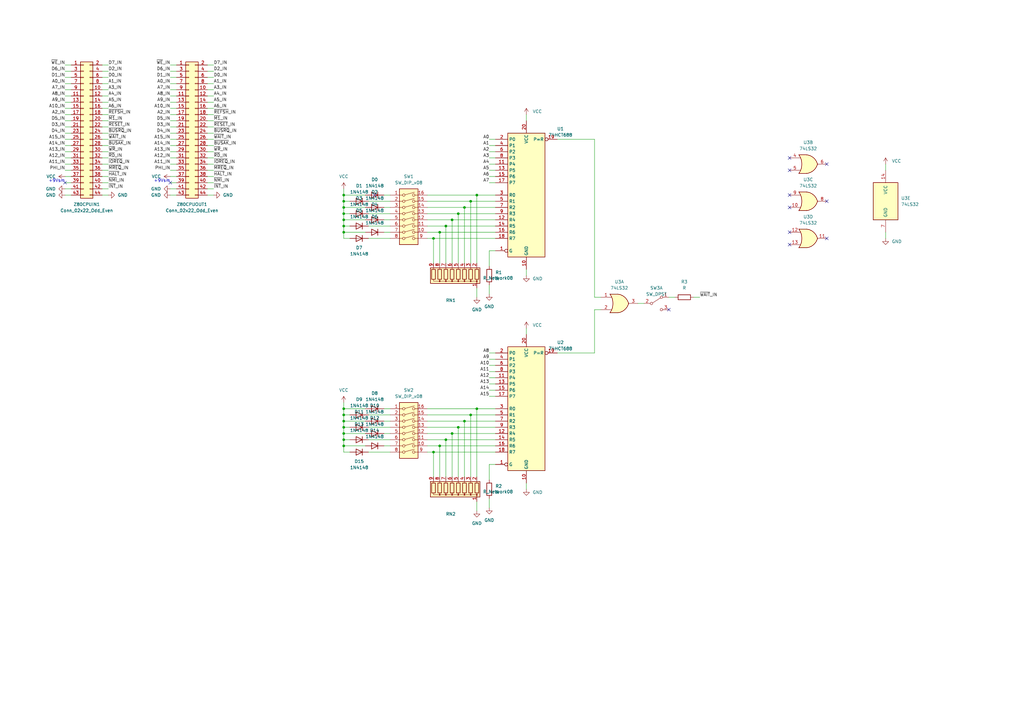
<source format=kicad_sch>
(kicad_sch (version 20211123) (generator eeschema)
  (paper "A3")
  (title_block (title "JupiterAce Z80 plus KIO and new memory format.") (date "2020-05-12") (rev "Alpha") (company "Ontobus") (comment 1 "John Bradley") (comment 2 "https://creativecommons.org/licenses/by-nc-sa/4.0/") (comment 3 "Attribution-NonCommercial-ShareAlike 4.0 International License.") (comment 4 "This work is licensed under a Creative Commons "))
  (lib_symbols
    (symbol "74xx:74HCT688"
      (property "Reference" "U" (at -7.62 26.67 0))
      (property "Value" "74HCT688" (at -7.62 -26.67 0))
      (symbol "74HCT688_1_0"
        (pin input inverted (at -12.7 -22.86 0) (length 5.08) (name "G") (number "1"))
        (pin power_in line (at 0 -30.48 90) (length 5.08) (name "GND") (number "10"))
        (pin input line (at -12.7 12.7 0) (length 5.08) (name "P4") (number "11"))
        (pin input line (at -12.7 -10.16 0) (length 5.08) (name "R4") (number "12"))
        (pin input line (at -12.7 10.16 0) (length 5.08) (name "P5") (number "13"))
        (pin input line (at -12.7 -12.7 0) (length 5.08) (name "R5") (number "14"))
        (pin input line (at -12.7 7.62 0) (length 5.08) (name "P6") (number "15"))
        (pin input line (at -12.7 -15.24 0) (length 5.08) (name "R6") (number "16"))
        (pin input line (at -12.7 5.08 0) (length 5.08) (name "P7") (number "17"))
        (pin input line (at -12.7 -17.78 0) (length 5.08) (name "R7") (number "18"))
        (pin output inverted (at 12.7 22.86 180) (length 5.08) (name "P=R") (number "19"))
        (pin input line (at -12.7 22.86 0) (length 5.08) (name "P0") (number "2"))
        (pin power_in line (at 0 30.48 270) (length 5.08) (name "VCC") (number "20"))
        (pin input line (at -12.7 0 0) (length 5.08) (name "R0") (number "3"))
        (pin input line (at -12.7 20.32 0) (length 5.08) (name "P1") (number "4"))
        (pin input line (at -12.7 -2.54 0) (length 5.08) (name "R1") (number "5"))
        (pin input line (at -12.7 17.78 0) (length 5.08) (name "P2") (number "6"))
        (pin input line (at -12.7 -5.08 0) (length 5.08) (name "R2") (number "7"))
        (pin input line (at -12.7 15.24 0) (length 5.08) (name "P3") (number "8"))
        (pin input line (at -12.7 -7.62 0) (length 5.08) (name "R3") (number "9"))
      )
    )
    (symbol "74xx:74LS32" (pin_names (offset 1.016))
      (property "Reference" "U" (at 0 1.27 0))
      (property "Value" "74LS32" (at 0 -1.27 0))
      (symbol "74LS32_1_1"
        (pin input line (at -7.62 2.54 0) (length 4.318) (name "~") (number "1"))
        (pin input line (at -7.62 -2.54 0) (length 4.318) (name "~") (number "2"))
        (pin output line (at 7.62 0 180) (length 3.81) (name "~") (number "3"))
      )
      (symbol "74LS32_1_2"
        (pin input inverted (at -7.62 2.54 0) (length 3.81) (name "~") (number "1"))
        (pin input inverted (at -7.62 -2.54 0) (length 3.81) (name "~") (number "2"))
        (pin output inverted (at 7.62 0 180) (length 3.81) (name "~") (number "3"))
      )
      (symbol "74LS32_2_1"
        (pin input line (at -7.62 2.54 0) (length 4.318) (name "~") (number "4"))
        (pin input line (at -7.62 -2.54 0) (length 4.318) (name "~") (number "5"))
        (pin output line (at 7.62 0 180) (length 3.81) (name "~") (number "6"))
      )
      (symbol "74LS32_2_2"
        (pin input inverted (at -7.62 2.54 0) (length 3.81) (name "~") (number "4"))
        (pin input inverted (at -7.62 -2.54 0) (length 3.81) (name "~") (number "5"))
        (pin output inverted (at 7.62 0 180) (length 3.81) (name "~") (number "6"))
      )
      (symbol "74LS32_3_1"
        (pin input line (at -7.62 -2.54 0) (length 4.318) (name "~") (number "10"))
        (pin output line (at 7.62 0 180) (length 3.81) (name "~") (number "8"))
        (pin input line (at -7.62 2.54 0) (length 4.318) (name "~") (number "9"))
      )
      (symbol "74LS32_3_2"
        (pin input inverted (at -7.62 -2.54 0) (length 3.81) (name "~") (number "10"))
        (pin output inverted (at 7.62 0 180) (length 3.81) (name "~") (number "8"))
        (pin input inverted (at -7.62 2.54 0) (length 3.81) (name "~") (number "9"))
      )
      (symbol "74LS32_4_1"
        (pin output line (at 7.62 0 180) (length 3.81) (name "~") (number "11"))
        (pin input line (at -7.62 2.54 0) (length 4.318) (name "~") (number "12"))
        (pin input line (at -7.62 -2.54 0) (length 4.318) (name "~") (number "13"))
      )
      (symbol "74LS32_4_2"
        (pin output inverted (at 7.62 0 180) (length 3.81) (name "~") (number "11"))
        (pin input inverted (at -7.62 2.54 0) (length 3.81) (name "~") (number "12"))
        (pin input inverted (at -7.62 -2.54 0) (length 3.81) (name "~") (number "13"))
      )
      (symbol "74LS32_5_0"
        (pin power_in line (at 0 12.7 270) (length 5.08) (name "VCC") (number "14"))
        (pin power_in line (at 0 -12.7 90) (length 5.08) (name "GND") (number "7"))
      )
    )
    (symbol "Connector_Generic:Conn_02x22_Odd_Even" (pin_names (offset 1.016) hide)
      (property "Reference" "J" (at 1.27 27.94 0))
      (property "Value" "Conn_02x22_Odd_Even" (at 1.27 -30.48 0))
      (symbol "Conn_02x22_Odd_Even_1_1"
        (pin passive line (at -5.08 25.4 0) (length 3.81) (name "Pin_1") (number "1"))
        (pin passive line (at 7.62 15.24 180) (length 3.81) (name "Pin_10") (number "10"))
        (pin passive line (at -5.08 12.7 0) (length 3.81) (name "Pin_11") (number "11"))
        (pin passive line (at 7.62 12.7 180) (length 3.81) (name "Pin_12") (number "12"))
        (pin passive line (at -5.08 10.16 0) (length 3.81) (name "Pin_13") (number "13"))
        (pin passive line (at 7.62 10.16 180) (length 3.81) (name "Pin_14") (number "14"))
        (pin passive line (at -5.08 7.62 0) (length 3.81) (name "Pin_15") (number "15"))
        (pin passive line (at 7.62 7.62 180) (length 3.81) (name "Pin_16") (number "16"))
        (pin passive line (at -5.08 5.08 0) (length 3.81) (name "Pin_17") (number "17"))
        (pin passive line (at 7.62 5.08 180) (length 3.81) (name "Pin_18") (number "18"))
        (pin passive line (at -5.08 2.54 0) (length 3.81) (name "Pin_19") (number "19"))
        (pin passive line (at 7.62 25.4 180) (length 3.81) (name "Pin_2") (number "2"))
        (pin passive line (at 7.62 2.54 180) (length 3.81) (name "Pin_20") (number "20"))
        (pin passive line (at -5.08 0 0) (length 3.81) (name "Pin_21") (number "21"))
        (pin passive line (at 7.62 0 180) (length 3.81) (name "Pin_22") (number "22"))
        (pin passive line (at -5.08 -2.54 0) (length 3.81) (name "Pin_23") (number "23"))
        (pin passive line (at 7.62 -2.54 180) (length 3.81) (name "Pin_24") (number "24"))
        (pin passive line (at -5.08 -5.08 0) (length 3.81) (name "Pin_25") (number "25"))
        (pin passive line (at 7.62 -5.08 180) (length 3.81) (name "Pin_26") (number "26"))
        (pin passive line (at -5.08 -7.62 0) (length 3.81) (name "Pin_27") (number "27"))
        (pin passive line (at 7.62 -7.62 180) (length 3.81) (name "Pin_28") (number "28"))
        (pin passive line (at -5.08 -10.16 0) (length 3.81) (name "Pin_29") (number "29"))
        (pin passive line (at -5.08 22.86 0) (length 3.81) (name "Pin_3") (number "3"))
        (pin passive line (at 7.62 -10.16 180) (length 3.81) (name "Pin_30") (number "30"))
        (pin passive line (at -5.08 -12.7 0) (length 3.81) (name "Pin_31") (number "31"))
        (pin passive line (at 7.62 -12.7 180) (length 3.81) (name "Pin_32") (number "32"))
        (pin passive line (at -5.08 -15.24 0) (length 3.81) (name "Pin_33") (number "33"))
        (pin passive line (at 7.62 -15.24 180) (length 3.81) (name "Pin_34") (number "34"))
        (pin passive line (at -5.08 -17.78 0) (length 3.81) (name "Pin_35") (number "35"))
        (pin passive line (at 7.62 -17.78 180) (length 3.81) (name "Pin_36") (number "36"))
        (pin passive line (at -5.08 -20.32 0) (length 3.81) (name "Pin_37") (number "37"))
        (pin passive line (at 7.62 -20.32 180) (length 3.81) (name "Pin_38") (number "38"))
        (pin passive line (at -5.08 -22.86 0) (length 3.81) (name "Pin_39") (number "39"))
        (pin passive line (at 7.62 22.86 180) (length 3.81) (name "Pin_4") (number "4"))
        (pin passive line (at 7.62 -22.86 180) (length 3.81) (name "Pin_40") (number "40"))
        (pin passive line (at -5.08 -25.4 0) (length 3.81) (name "Pin_41") (number "41"))
        (pin passive line (at 7.62 -25.4 180) (length 3.81) (name "Pin_42") (number "42"))
        (pin passive line (at -5.08 -27.94 0) (length 3.81) (name "Pin_43") (number "43"))
        (pin passive line (at 7.62 -27.94 180) (length 3.81) (name "Pin_44") (number "44"))
        (pin passive line (at -5.08 20.32 0) (length 3.81) (name "Pin_5") (number "5"))
        (pin passive line (at 7.62 20.32 180) (length 3.81) (name "Pin_6") (number "6"))
        (pin passive line (at -5.08 17.78 0) (length 3.81) (name "Pin_7") (number "7"))
        (pin passive line (at 7.62 17.78 180) (length 3.81) (name "Pin_8") (number "8"))
        (pin passive line (at -5.08 15.24 0) (length 3.81) (name "Pin_9") (number "9"))
      )
    )
    (symbol "Device:R" (pin_numbers hide) (pin_names (offset 0))
      (property "Reference" "R" (at 2.032 0 90))
      (property "Value" "R" (at 0 0 90))
      (symbol "R_1_1"
        (pin passive line (at 0 3.81 270) (length 1.27) (name "~") (number "1"))
        (pin passive line (at 0 -3.81 90) (length 1.27) (name "~") (number "2"))
      )
    )
    (symbol "Device:R_Network08" (pin_names (offset 0) hide)
      (property "Reference" "RN" (at -12.7 0 90))
      (property "Value" "R_Network08" (at 10.16 0 90))
      (symbol "R_Network08_1_1"
        (pin passive line (at -10.16 5.08 270) (length 2.54) (name "common") (number "1"))
        (pin passive line (at -10.16 -5.08 90) (length 1.27) (name "R1") (number "2"))
        (pin passive line (at -7.62 -5.08 90) (length 1.27) (name "R2") (number "3"))
        (pin passive line (at -5.08 -5.08 90) (length 1.27) (name "R3") (number "4"))
        (pin passive line (at -2.54 -5.08 90) (length 1.27) (name "R4") (number "5"))
        (pin passive line (at 0 -5.08 90) (length 1.27) (name "R5") (number "6"))
        (pin passive line (at 2.54 -5.08 90) (length 1.27) (name "R6") (number "7"))
        (pin passive line (at 5.08 -5.08 90) (length 1.27) (name "R7") (number "8"))
        (pin passive line (at 7.62 -5.08 90) (length 1.27) (name "R8") (number "9"))
      )
    )
    (symbol "Diode:1N4148" (pin_numbers hide) (pin_names (offset 1.016) hide)
      (property "Reference" "D" (at 0 2.54 0))
      (property "Value" "1N4148" (at 0 -2.54 0))
      (symbol "1N4148_1_1"
        (pin passive line (at -3.81 0 0) (length 2.54) (name "K") (number "1"))
        (pin passive line (at 3.81 0 180) (length 2.54) (name "A") (number "2"))
      )
    )
    (symbol "Switch:SW_DIP_x08" (pin_names (offset 0) hide)
      (property "Reference" "SW" (at 0 13.97 0))
      (property "Value" "SW_DIP_x08" (at 0 -11.43 0))
      (symbol "SW_DIP_x08_1_1"
        (pin passive line (at -7.62 10.16 0) (length 5.08) (name "~") (number "1"))
        (pin passive line (at 7.62 -5.08 180) (length 5.08) (name "~") (number "10"))
        (pin passive line (at 7.62 -2.54 180) (length 5.08) (name "~") (number "11"))
        (pin passive line (at 7.62 0 180) (length 5.08) (name "~") (number "12"))
        (pin passive line (at 7.62 2.54 180) (length 5.08) (name "~") (number "13"))
        (pin passive line (at 7.62 5.08 180) (length 5.08) (name "~") (number "14"))
        (pin passive line (at 7.62 7.62 180) (length 5.08) (name "~") (number "15"))
        (pin passive line (at 7.62 10.16 180) (length 5.08) (name "~") (number "16"))
        (pin passive line (at -7.62 7.62 0) (length 5.08) (name "~") (number "2"))
        (pin passive line (at -7.62 5.08 0) (length 5.08) (name "~") (number "3"))
        (pin passive line (at -7.62 2.54 0) (length 5.08) (name "~") (number "4"))
        (pin passive line (at -7.62 0 0) (length 5.08) (name "~") (number "5"))
        (pin passive line (at -7.62 -2.54 0) (length 5.08) (name "~") (number "6"))
        (pin passive line (at -7.62 -5.08 0) (length 5.08) (name "~") (number "7"))
        (pin passive line (at -7.62 -7.62 0) (length 5.08) (name "~") (number "8"))
        (pin passive line (at 7.62 -7.62 180) (length 5.08) (name "~") (number "9"))
      )
    )
    (symbol "Switch:SW_DPDT_x2" (pin_names (offset 0) hide)
      (property "Reference" "SW" (at 0 4.318 0))
      (property "Value" "SW_DPDT_x2" (at 0 -5.08 0))
      (symbol "SW_DPDT_x2_1_1"
        (pin passive line (at 5.08 2.54 180) (length 2.54) (name "A") (number "1"))
        (pin passive line (at -5.08 0 0) (length 2.54) (name "B") (number "2"))
        (pin passive line (at 5.08 -2.54 180) (length 2.54) (name "C") (number "3"))
      )
      (symbol "SW_DPDT_x2_2_1"
        (pin passive line (at 5.08 2.54 180) (length 2.54) (name "A") (number "4"))
        (pin passive line (at -5.08 0 0) (length 2.54) (name "B") (number "5"))
        (pin passive line (at 5.08 -2.54 180) (length 2.54) (name "C") (number "6"))
      )
    )
    (symbol "power:GND" (power) (pin_names (offset 0))
      (property "Value" "GND" (at 0 -3.81 0))
      (symbol "GND_1_1"
        (pin power_in line (at 0 0 270) (length 0) hide (name "GND") (number "1"))
      )
    )
    (symbol "power:VCC" (power) (pin_names (offset 0))
      (property "Value" "VCC" (at 0 3.81 0))
      (symbol "VCC_1_1"
        (pin power_in line (at 0 0 90) (length 0) hide (name "VCC") (number "1"))
      )
    )
  )
  (junction (at 140.97 172.72))
  (junction (at 140.97 85.09))
  (junction (at 140.97 170.18))
  (junction (at 185.42 177.8))
  (junction (at 185.42 90.17))
  (junction (at 195.58 167.64))
  (junction (at 140.97 180.34))
  (junction (at 140.97 182.88))
  (junction (at 140.97 175.26))
  (junction (at 195.58 80.01))
  (junction (at 140.97 92.71))
  (junction (at 187.96 175.26))
  (junction (at 190.5 85.09))
  (junction (at 140.97 90.17))
  (junction (at 140.97 167.64))
  (junction (at 140.97 95.25))
  (junction (at 177.8 185.42))
  (junction (at 190.5 172.72))
  (junction (at 140.97 80.01))
  (junction (at 182.88 92.71))
  (junction (at 193.04 170.18))
  (junction (at 180.34 182.88))
  (junction (at 177.8 97.79))
  (junction (at 140.97 87.63))
  (junction (at 193.04 82.55))
  (junction (at 140.97 82.55))
  (junction (at 180.34 95.25))
  (junction (at 187.96 87.63))
  (junction (at 140.97 177.8))
  (junction (at 182.88 180.34))
  (no_connect (at 274.32 127))
  (no_connect (at 153.67 80.01))
  (no_connect (at 26.67 74.93))
  (no_connect (at 69.85 74.93))
  (no_connect (at 339.09 82.55))
  (no_connect (at 339.09 67.31))
  (no_connect (at 339.09 97.79))
  (no_connect (at 323.85 95.25))
  (no_connect (at 323.85 100.33))
  (no_connect (at 323.85 64.77))
  (no_connect (at 323.85 69.85))
  (no_connect (at 323.85 80.01))
  (no_connect (at 323.85 85.09))
  (wire (pts (xy 175.26 185.42) (xy 177.8 185.42)))
  (wire (pts (xy 41.91 52.07) (xy 44.45 52.07)))
  (wire (pts (xy 243.84 121.92) (xy 246.38 121.92)))
  (wire (pts (xy 175.26 92.71) (xy 182.88 92.71)))
  (wire (pts (xy 187.96 175.26) (xy 187.96 195.58)))
  (wire (pts (xy 195.58 167.64) (xy 195.58 195.58)))
  (wire (pts (xy 195.58 167.64) (xy 203.2 167.64)))
  (wire (pts (xy 140.97 172.72) (xy 140.97 175.26)))
  (wire (pts (xy 200.66 152.4) (xy 203.2 152.4)))
  (wire (pts (xy 41.91 59.69) (xy 44.45 59.69)))
  (wire (pts (xy 85.09 59.69) (xy 87.63 59.69)))
  (wire (pts (xy 72.39 67.31) (xy 69.85 67.31)))
  (wire (pts (xy 29.21 31.75) (xy 26.67 31.75)))
  (wire (pts (xy 203.2 102.87) (xy 200.66 102.87)))
  (wire (pts (xy 72.39 46.99) (xy 69.85 46.99)))
  (wire (pts (xy 200.66 157.48) (xy 203.2 157.48)))
  (wire (pts (xy 41.91 36.83) (xy 44.45 36.83)))
  (wire (pts (xy 182.88 180.34) (xy 182.88 195.58)))
  (wire (pts (xy 180.34 107.95) (xy 180.34 95.25)))
  (wire (pts (xy 85.09 44.45) (xy 87.63 44.45)))
  (wire (pts (xy 29.21 39.37) (xy 26.67 39.37)))
  (wire (pts (xy 72.39 31.75) (xy 69.85 31.75)))
  (wire (pts (xy 200.66 204.47) (xy 200.66 208.28)))
  (wire (pts (xy 72.39 41.91) (xy 69.85 41.91)))
  (wire (pts (xy 72.39 69.85) (xy 69.85 69.85)))
  (wire (pts (xy 140.97 167.64) (xy 149.86 167.64)))
  (wire (pts (xy 85.09 52.07) (xy 87.63 52.07)))
  (wire (pts (xy 140.97 85.09) (xy 140.97 87.63)))
  (wire (pts (xy 85.09 31.75) (xy 87.63 31.75)))
  (wire (pts (xy 151.13 82.55) (xy 160.02 82.55)))
  (wire (pts (xy 175.26 95.25) (xy 180.34 95.25)))
  (wire (pts (xy 72.39 59.69) (xy 69.85 59.69)))
  (wire (pts (xy 85.09 54.61) (xy 87.63 54.61)))
  (wire (pts (xy 175.26 175.26) (xy 187.96 175.26)))
  (wire (pts (xy 72.39 39.37) (xy 69.85 39.37)))
  (wire (pts (xy 140.97 87.63) (xy 140.97 90.17)))
  (wire (pts (xy 157.48 95.25) (xy 160.02 95.25)))
  (wire (pts (xy 85.09 67.31) (xy 87.63 67.31)))
  (wire (pts (xy 29.21 74.93) (xy 26.67 74.93)))
  (wire (pts (xy 140.97 92.71) (xy 140.97 95.25)))
  (wire (pts (xy 200.66 59.69) (xy 203.2 59.69)))
  (wire (pts (xy 200.66 116.84) (xy 200.66 120.65)))
  (wire (pts (xy 190.5 85.09) (xy 190.5 107.95)))
  (wire (pts (xy 157.48 182.88) (xy 160.02 182.88)))
  (wire (pts (xy 85.09 34.29) (xy 87.63 34.29)))
  (wire (pts (xy 140.97 90.17) (xy 149.86 90.17)))
  (wire (pts (xy 72.39 36.83) (xy 69.85 36.83)))
  (wire (pts (xy 41.91 72.39) (xy 44.45 72.39)))
  (wire (pts (xy 200.66 64.77) (xy 203.2 64.77)))
  (wire (pts (xy 87.63 74.93) (xy 85.09 74.93)))
  (wire (pts (xy 72.39 34.29) (xy 69.85 34.29)))
  (wire (pts (xy 85.09 80.01) (xy 87.63 80.01)))
  (wire (pts (xy 140.97 97.79) (xy 143.51 97.79)))
  (wire (pts (xy 85.09 57.15) (xy 87.63 57.15)))
  (wire (pts (xy 200.66 144.78) (xy 203.2 144.78)))
  (wire (pts (xy 140.97 82.55) (xy 140.97 85.09)))
  (wire (pts (xy 175.26 87.63) (xy 187.96 87.63)))
  (wire (pts (xy 187.96 87.63) (xy 203.2 87.63)))
  (wire (pts (xy 41.91 44.45) (xy 44.45 44.45)))
  (wire (pts (xy 200.66 62.23) (xy 203.2 62.23)))
  (wire (pts (xy 182.88 92.71) (xy 182.88 107.95)))
  (wire (pts (xy 29.21 44.45) (xy 26.67 44.45)))
  (wire (pts (xy 180.34 182.88) (xy 203.2 182.88)))
  (wire (pts (xy 140.97 175.26) (xy 140.97 177.8)))
  (wire (pts (xy 177.8 185.42) (xy 203.2 185.42)))
  (wire (pts (xy 185.42 107.95) (xy 185.42 90.17)))
  (wire (pts (xy 243.84 57.15) (xy 243.84 121.92)))
  (wire (pts (xy 200.66 190.5) (xy 200.66 196.85)))
  (wire (pts (xy 140.97 175.26) (xy 143.51 175.26)))
  (wire (pts (xy 195.58 118.11) (xy 195.58 121.92)))
  (wire (pts (xy 200.66 67.31) (xy 203.2 67.31)))
  (wire (pts (xy 140.97 167.64) (xy 140.97 170.18)))
  (wire (pts (xy 85.09 41.91) (xy 87.63 41.91)))
  (wire (pts (xy 175.26 182.88) (xy 180.34 182.88)))
  (wire (pts (xy 175.26 170.18) (xy 193.04 170.18)))
  (wire (pts (xy 72.39 54.61) (xy 69.85 54.61)))
  (wire (pts (xy 200.66 74.93) (xy 203.2 74.93)))
  (wire (pts (xy 180.34 195.58) (xy 180.34 182.88)))
  (wire (pts (xy 140.97 185.42) (xy 143.51 185.42)))
  (wire (pts (xy 41.91 69.85) (xy 44.45 69.85)))
  (wire (pts (xy 85.09 72.39) (xy 87.63 72.39)))
  (wire (pts (xy 72.39 57.15) (xy 69.85 57.15)))
  (wire (pts (xy 180.34 95.25) (xy 203.2 95.25)))
  (wire (pts (xy 29.21 64.77) (xy 26.67 64.77)))
  (wire (pts (xy 41.91 80.01) (xy 44.45 80.01)))
  (wire (pts (xy 29.21 46.99) (xy 26.67 46.99)))
  (wire (pts (xy 29.21 59.69) (xy 26.67 59.69)))
  (wire (pts (xy 175.26 90.17) (xy 185.42 90.17)))
  (wire (pts (xy 72.39 74.93) (xy 69.85 74.93)))
  (wire (pts (xy 200.66 72.39) (xy 203.2 72.39)))
  (wire (pts (xy 175.26 180.34) (xy 182.88 180.34)))
  (wire (pts (xy 72.39 49.53) (xy 69.85 49.53)))
  (wire (pts (xy 200.66 154.94) (xy 203.2 154.94)))
  (wire (pts (xy 363.22 67.31) (xy 363.22 69.85)))
  (wire (pts (xy 151.13 185.42) (xy 160.02 185.42)))
  (wire (pts (xy 41.91 64.77) (xy 44.45 64.77)))
  (wire (pts (xy 200.66 149.86) (xy 203.2 149.86)))
  (wire (pts (xy 157.48 177.8) (xy 160.02 177.8)))
  (wire (pts (xy 85.09 69.85) (xy 87.63 69.85)))
  (wire (pts (xy 215.9 110.49) (xy 215.9 113.03)))
  (wire (pts (xy 177.8 97.79) (xy 203.2 97.79)))
  (wire (pts (xy 246.38 127) (xy 243.84 127)))
  (wire (pts (xy 140.97 80.01) (xy 140.97 82.55)))
  (wire (pts (xy 195.58 205.74) (xy 195.58 209.55)))
  (wire (pts (xy 29.21 49.53) (xy 26.67 49.53)))
  (wire (pts (xy 175.26 80.01) (xy 195.58 80.01)))
  (wire (pts (xy 185.42 177.8) (xy 203.2 177.8)))
  (wire (pts (xy 140.97 82.55) (xy 143.51 82.55)))
  (wire (pts (xy 175.26 97.79) (xy 177.8 97.79)))
  (wire (pts (xy 177.8 97.79) (xy 177.8 107.95)))
  (wire (pts (xy 274.32 121.92) (xy 276.86 121.92)))
  (wire (pts (xy 200.66 147.32) (xy 203.2 147.32)))
  (wire (pts (xy 363.22 95.25) (xy 363.22 97.79)))
  (wire (pts (xy 215.9 46.99) (xy 215.9 49.53)))
  (wire (pts (xy 175.26 85.09) (xy 190.5 85.09)))
  (wire (pts (xy 200.66 162.56) (xy 203.2 162.56)))
  (wire (pts (xy 193.04 170.18) (xy 193.04 195.58)))
  (wire (pts (xy 195.58 80.01) (xy 203.2 80.01)))
  (wire (pts (xy 29.21 67.31) (xy 26.67 67.31)))
  (wire (pts (xy 243.84 127) (xy 243.84 144.78)))
  (wire (pts (xy 203.2 190.5) (xy 200.66 190.5)))
  (wire (pts (xy 175.26 172.72) (xy 190.5 172.72)))
  (wire (pts (xy 193.04 82.55) (xy 193.04 107.95)))
  (wire (pts (xy 41.91 41.91) (xy 44.45 41.91)))
  (wire (pts (xy 85.09 36.83) (xy 87.63 36.83)))
  (wire (pts (xy 228.6 57.15) (xy 243.84 57.15)))
  (wire (pts (xy 228.6 144.78) (xy 243.84 144.78)))
  (wire (pts (xy 200.66 102.87) (xy 200.66 109.22)))
  (wire (pts (xy 41.91 31.75) (xy 44.45 31.75)))
  (wire (pts (xy 157.48 80.01) (xy 160.02 80.01)))
  (wire (pts (xy 26.67 77.47) (xy 29.21 77.47)))
  (wire (pts (xy 190.5 172.72) (xy 190.5 195.58)))
  (wire (pts (xy 29.21 69.85) (xy 26.67 69.85)))
  (wire (pts (xy 200.66 160.02) (xy 203.2 160.02)))
  (wire (pts (xy 261.62 124.46) (xy 264.16 124.46)))
  (wire (pts (xy 69.85 72.39) (xy 72.39 72.39)))
  (wire (pts (xy 140.97 95.25) (xy 149.86 95.25)))
  (wire (pts (xy 41.91 67.31) (xy 44.45 67.31)))
  (wire (pts (xy 85.09 77.47) (xy 87.63 77.47)))
  (wire (pts (xy 140.97 80.01) (xy 149.86 80.01)))
  (wire (pts (xy 193.04 170.18) (xy 203.2 170.18)))
  (wire (pts (xy 85.09 62.23) (xy 87.63 62.23)))
  (wire (pts (xy 185.42 195.58) (xy 185.42 177.8)))
  (wire (pts (xy 41.91 54.61) (xy 44.45 54.61)))
  (wire (pts (xy 85.09 46.99) (xy 87.63 46.99)))
  (wire (pts (xy 140.97 172.72) (xy 149.86 172.72)))
  (wire (pts (xy 29.21 52.07) (xy 26.67 52.07)))
  (wire (pts (xy 140.97 92.71) (xy 143.51 92.71)))
  (wire (pts (xy 187.96 175.26) (xy 203.2 175.26)))
  (wire (pts (xy 41.91 49.53) (xy 44.45 49.53)))
  (wire (pts (xy 29.21 34.29) (xy 26.67 34.29)))
  (wire (pts (xy 151.13 175.26) (xy 160.02 175.26)))
  (wire (pts (xy 72.39 62.23) (xy 69.85 62.23)))
  (wire (pts (xy 157.48 172.72) (xy 160.02 172.72)))
  (wire (pts (xy 140.97 165.1) (xy 140.97 167.64)))
  (wire (pts (xy 284.48 121.92) (xy 287.02 121.92)))
  (wire (pts (xy 140.97 170.18) (xy 140.97 172.72)))
  (wire (pts (xy 151.13 170.18) (xy 160.02 170.18)))
  (wire (pts (xy 151.13 92.71) (xy 160.02 92.71)))
  (wire (pts (xy 29.21 41.91) (xy 26.67 41.91)))
  (wire (pts (xy 195.58 80.01) (xy 195.58 107.95)))
  (wire (pts (xy 41.91 39.37) (xy 44.45 39.37)))
  (wire (pts (xy 140.97 95.25) (xy 140.97 97.79)))
  (wire (pts (xy 175.26 82.55) (xy 193.04 82.55)))
  (wire (pts (xy 151.13 87.63) (xy 160.02 87.63)))
  (wire (pts (xy 140.97 180.34) (xy 143.51 180.34)))
  (wire (pts (xy 175.26 167.64) (xy 195.58 167.64)))
  (wire (pts (xy 140.97 182.88) (xy 149.86 182.88)))
  (wire (pts (xy 41.91 26.67) (xy 44.45 26.67)))
  (wire (pts (xy 140.97 180.34) (xy 140.97 182.88)))
  (wire (pts (xy 29.21 54.61) (xy 26.67 54.61)))
  (wire (pts (xy 85.09 26.67) (xy 87.63 26.67)))
  (wire (pts (xy 157.48 85.09) (xy 160.02 85.09)))
  (wire (pts (xy 157.48 167.64) (xy 160.02 167.64)))
  (wire (pts (xy 190.5 172.72) (xy 203.2 172.72)))
  (wire (pts (xy 140.97 85.09) (xy 149.86 85.09)))
  (wire (pts (xy 140.97 177.8) (xy 140.97 180.34)))
  (wire (pts (xy 151.13 97.79) (xy 160.02 97.79)))
  (wire (pts (xy 200.66 69.85) (xy 203.2 69.85)))
  (wire (pts (xy 41.91 46.99) (xy 44.45 46.99)))
  (wire (pts (xy 41.91 29.21) (xy 44.45 29.21)))
  (wire (pts (xy 72.39 26.67) (xy 69.85 26.67)))
  (wire (pts (xy 41.91 62.23) (xy 44.45 62.23)))
  (wire (pts (xy 29.21 26.67) (xy 26.67 26.67)))
  (wire (pts (xy 26.67 72.39) (xy 29.21 72.39)))
  (wire (pts (xy 41.91 34.29) (xy 44.45 34.29)))
  (wire (pts (xy 157.48 90.17) (xy 160.02 90.17)))
  (wire (pts (xy 175.26 177.8) (xy 185.42 177.8)))
  (wire (pts (xy 215.9 134.62) (xy 215.9 137.16)))
  (wire (pts (xy 140.97 177.8) (xy 149.86 177.8)))
  (wire (pts (xy 29.21 62.23) (xy 26.67 62.23)))
  (wire (pts (xy 193.04 82.55) (xy 203.2 82.55)))
  (wire (pts (xy 182.88 92.71) (xy 203.2 92.71)))
  (wire (pts (xy 69.85 77.47) (xy 72.39 77.47)))
  (wire (pts (xy 185.42 90.17) (xy 203.2 90.17)))
  (wire (pts (xy 72.39 64.77) (xy 69.85 64.77)))
  (wire (pts (xy 200.66 57.15) (xy 203.2 57.15)))
  (wire (pts (xy 140.97 87.63) (xy 143.51 87.63)))
  (wire (pts (xy 182.88 180.34) (xy 203.2 180.34)))
  (wire (pts (xy 85.09 39.37) (xy 87.63 39.37)))
  (wire (pts (xy 72.39 80.01) (xy 69.85 80.01)))
  (wire (pts (xy 140.97 90.17) (xy 140.97 92.71)))
  (wire (pts (xy 29.21 57.15) (xy 26.67 57.15)))
  (wire (pts (xy 41.91 57.15) (xy 44.45 57.15)))
  (wire (pts (xy 85.09 29.21) (xy 87.63 29.21)))
  (wire (pts (xy 190.5 85.09) (xy 203.2 85.09)))
  (wire (pts (xy 41.91 77.47) (xy 44.45 77.47)))
  (wire (pts (xy 29.21 29.21) (xy 26.67 29.21)))
  (wire (pts (xy 215.9 198.12) (xy 215.9 200.66)))
  (wire (pts (xy 29.21 80.01) (xy 26.67 80.01)))
  (wire (pts (xy 140.97 182.88) (xy 140.97 185.42)))
  (wire (pts (xy 85.09 49.53) (xy 87.63 49.53)))
  (wire (pts (xy 85.09 64.77) (xy 87.63 64.77)))
  (wire (pts (xy 72.39 52.07) (xy 69.85 52.07)))
  (wire (pts (xy 29.21 36.83) (xy 26.67 36.83)))
  (wire (pts (xy 72.39 44.45) (xy 69.85 44.45)))
  (wire (pts (xy 151.13 180.34) (xy 160.02 180.34)))
  (wire (pts (xy 140.97 77.47) (xy 140.97 80.01)))
  (wire (pts (xy 72.39 29.21) (xy 69.85 29.21)))
  (wire (pts (xy 44.45 74.93) (xy 41.91 74.93)))
  (wire (pts (xy 177.8 185.42) (xy 177.8 195.58)))
  (wire (pts (xy 187.96 87.63) (xy 187.96 107.95)))
  (wire (pts (xy 140.97 170.18) (xy 143.51 170.18)))
  (text "+9Vsm" (at 26.67 74.93 180) (effects (font (size 1.27 1.27)) (justify right bottom)))
  (text "+9Vsm" (at 69.85 74.93 180) (effects (font (size 1.27 1.27)) (justify right bottom)))
  (label "A2_IN" (at 26.67 46.99 180))
  (label "D4_IN" (at 26.67 54.61 180))
  (label "A10_IN" (at 69.85 44.45 180))
  (label "~{NMI}_IN" (at 44.45 74.93 0))
  (label "A14_IN" (at 26.67 59.69 180))
  (label "A8" (at 200.66 144.78 180))
  (label "D5_IN" (at 69.85 49.53 180))
  (label "~{WAIT}_IN" (at 44.45 57.15 0))
  (label "~{HALT}_IN" (at 44.45 72.39 0))
  (label "~{BUSAK}_IN" (at 44.45 59.69 0))
  (label "A14" (at 200.66 160.02 180))
  (label "~{HALT}_IN" (at 87.63 72.39 0))
  (label "A3_IN" (at 44.45 36.83 0))
  (label "~{WR}_IN" (at 44.45 62.23 0))
  (label "A8_IN" (at 26.67 39.37 180))
  (label "A5_IN" (at 44.45 41.91 0))
  (label "D6_IN" (at 26.67 29.21 180))
  (label "A7" (at 200.66 74.93 180))
  (label "A14_IN" (at 69.85 59.69 180))
  (label "A12" (at 200.66 154.94 180))
  (label "A5" (at 200.66 69.85 180))
  (label "A11_IN" (at 69.85 67.31 180))
  (label "D3_IN" (at 26.67 52.07 180))
  (label "A4" (at 200.66 67.31 180))
  (label "D5_IN" (at 26.67 49.53 180))
  (label "D6_IN" (at 69.85 29.21 180))
  (label "A0_IN" (at 26.67 34.29 180))
  (label "A7_IN" (at 26.67 36.83 180))
  (label "A6_IN" (at 87.63 44.45 0))
  (label "A13_IN" (at 69.85 62.23 180))
  (label "~{WAIT}_IN" (at 287.02 121.92 0))
  (label "~{MREQ}_IN" (at 44.45 69.85 0))
  (label "D7_IN" (at 87.63 26.67 0))
  (label "~{M1}_IN" (at 87.63 49.53 0))
  (label "D3_IN" (at 69.85 52.07 180))
  (label "~{INT}_IN" (at 87.63 77.47 0))
  (label "~{WE}_IN" (at 26.67 26.67 180))
  (label "A8_IN" (at 69.85 39.37 180))
  (label "~{INT}_IN" (at 44.45 77.47 0))
  (label "A12_IN" (at 26.67 64.77 180))
  (label "A15_IN" (at 69.85 57.15 180))
  (label "A15_IN" (at 26.67 57.15 180))
  (label "A4_IN" (at 87.63 39.37 0))
  (label "D4_IN" (at 69.85 54.61 180))
  (label "~{RD}_IN" (at 87.63 64.77 0))
  (label "A4_IN" (at 44.45 39.37 0))
  (label "~{REFSH}_IN" (at 44.45 46.99 0))
  (label "A12_IN" (at 69.85 64.77 180))
  (label "~{BUSAK}_IN" (at 87.63 59.69 0))
  (label "~{MREQ}_IN" (at 87.63 69.85 0))
  (label "D2_IN" (at 44.45 29.21 0))
  (label "A5_IN" (at 87.63 41.91 0))
  (label "~{WR}_IN" (at 87.63 62.23 0))
  (label "D7_IN" (at 44.45 26.67 0))
  (label "A3_IN" (at 87.63 36.83 0))
  (label "A9" (at 200.66 147.32 180))
  (label "A10_IN" (at 26.67 44.45 180))
  (label "A1_IN" (at 87.63 34.29 0))
  (label "A2_IN" (at 69.85 46.99 180))
  (label "A13" (at 200.66 157.48 180))
  (label "~{BUSRQ}_IN" (at 44.45 54.61 0))
  (label "A13_IN" (at 26.67 62.23 180))
  (label "A1" (at 200.66 59.69 180))
  (label "~{RESET}_IN" (at 87.63 52.07 0))
  (label "A7_IN" (at 69.85 36.83 180))
  (label "A11" (at 200.66 152.4 180))
  (label "~{WE}_IN" (at 69.85 26.67 180))
  (label "~{RESET}_IN" (at 44.45 52.07 0))
  (label "~{IOREQ}_IN" (at 44.45 67.31 0))
  (label "A6_IN" (at 44.45 44.45 0))
  (label "A10" (at 200.66 149.86 180))
  (label "~{M1}_IN" (at 44.45 49.53 0))
  (label "~{BUSRQ}_IN" (at 87.63 54.61 0))
  (label "A0" (at 200.66 57.15 180))
  (label "A9_IN" (at 26.67 41.91 180))
  (label "PHI_IN" (at 69.85 69.85 180))
  (label "~{RD}_IN" (at 44.45 64.77 0))
  (label "~{IOREQ}_IN" (at 87.63 67.31 0))
  (label "D1_IN" (at 69.85 31.75 180))
  (label "A6" (at 200.66 72.39 180))
  (label "A15" (at 200.66 162.56 180))
  (label "A1_IN" (at 44.45 34.29 0))
  (label "A2" (at 200.66 62.23 180))
  (label "A11_IN" (at 26.67 67.31 180))
  (label "~{REFSH}_IN" (at 87.63 46.99 0))
  (label "PHI_IN" (at 26.67 69.85 180))
  (label "D2_IN" (at 87.63 29.21 0))
  (label "D1_IN" (at 26.67 31.75 180))
  (label "A9_IN" (at 69.85 41.91 180))
  (label "A3" (at 200.66 64.77 180))
  (label "A0_IN" (at 69.85 34.29 180))
  (label "~{WAIT}_IN" (at 87.63 57.15 0))
  (label "D0_IN" (at 44.45 31.75 0))
  (label "D0_IN" (at 87.63 31.75 0))
  (label "~{NMI}_IN" (at 87.63 74.93 0))
  (symbol (lib_id "power:GND") (at 44.45 80.01 90) (unit 1)
    (property "Reference" "#0101" (effects hide))
    (property "Value" "GND" (at 48.26 80.0099 90) (effects (justify right)))
  )
  (symbol (lib_id "power:GND") (at 26.67 80.01 270) (unit 1)
    (property "Reference" "#0102" (effects hide))
    (property "Value" "GND" (at 22.86 80.0099 90) (effects (justify right)))
  )
  (symbol (lib_id "power:GND") (at 26.67 77.47 270) (unit 1)
    (property "Reference" "#0103" (effects hide))
    (property "Value" "GND" (at 22.86 77.4699 90) (effects (justify right)))
  )
  (symbol (lib_id "Connector_Generic:Conn_02x22_Odd_Even") (at 34.29 52.07 0) (unit 1)
    (property "Reference" "Z80CPUIN1" (at 35.56 83.82 0))
    (property "Value" "Conn_02x22_Odd_Even" (at 35.56 86.36 0))
    (property "Footprint" "Connector_PinHeader_2.54mm:PinHeader_2x22_P2.54mm_Vertical" (effects hide))
    (property "Manufacturer_Name" "HARWIN" (effects hide))
    (property "Manufacturer_Part_Number" "M20-9721146 " (effects hide))
  )
  (symbol (lib_id "power:VCC") (at 26.67 72.39 90) (unit 1)
    (property "Reference" "#PWR0102" (effects hide))
    (property "Value" "VCC" (at 22.86 72.3899 90) (effects (justify left)))
  )
  (symbol (lib_id "Diode:1N4148") (at 153.67 80.01 180) (unit 1)
    (property "Reference" "D0" (at 153.67 73.66 0))
    (property "Value" "1N4148" (at 153.67 76.2 0))
    (property "Footprint" "Diode_THT:D_DO-35_SOD27_P2.54mm_Vertical_AnodeUp" (effects hide))
    (property "Datasheet" "https://assets.nexperia.com/documents/data-sheet/1N4148_1N4448.pdf" (effects hide))
  )
  (symbol (lib_id "power:GND") (at 195.58 121.92 0) (unit 1)
    (property "Reference" "#PWR0104" (effects hide))
    (property "Value" "GND" (at 195.58 127 0))
  )
  (symbol (lib_id "Connector_Generic:Conn_02x22_Odd_Even") (at 77.47 52.07 0) (unit 1)
    (property "Reference" "Z80CPUOUT1" (at 78.74 83.82 0))
    (property "Value" "Conn_02x22_Odd_Even" (at 78.74 86.36 0))
    (property "Footprint" "Connector_PinHeader_2.54mm:PinHeader_2x22_P2.54mm_Vertical" (effects hide))
    (property "Manufacturer_Name" "HARWIN" (effects hide))
    (property "Manufacturer_Part_Number" "M20-9721146 " (effects hide))
  )
  (symbol (lib_id "Switch:SW_DIP_x08") (at 167.64 90.17 0) (unit 1)
    (property "Reference" "SW1" (at 167.64 72.39 0))
    (property "Value" "SW_DIP_x08" (at 167.64 74.93 0))
    (property "Footprint" "Package_DIP:DIP-16_W7.62mm" (effects hide))
  )
  (symbol (lib_id "Diode:1N4148") (at 153.67 167.64 180) (unit 1)
    (property "Reference" "D8" (at 153.67 161.29 0))
    (property "Value" "1N4148" (at 153.67 163.83 0))
    (property "Footprint" "Diode_THT:D_DO-35_SOD27_P2.54mm_Vertical_AnodeUp" (effects hide))
    (property "Datasheet" "https://assets.nexperia.com/documents/data-sheet/1N4148_1N4448.pdf" (effects hide))
  )
  (symbol (lib_id "74xx:74HCT688") (at 215.9 80.01 0) (unit 1)
    (property "Reference" "U1" (at 229.87 52.8193 0))
    (property "Value" "74HCT688" (at 229.87 55.3593 0))
    (property "Footprint" "Package_DIP:DIP-20_W7.62mm" (effects hide))
    (property "Datasheet" "https://www.ti.com/lit/ds/symlink/cd54hc688.pdf" (effects hide))
  )
  (symbol (lib_id "Diode:1N4148") (at 147.32 87.63 180) (unit 1)
    (property "Reference" "D3" (at 147.32 81.28 0))
    (property "Value" "1N4148" (at 147.32 83.82 0))
    (property "Footprint" "Diode_THT:D_DO-35_SOD27_P2.54mm_Vertical_AnodeUp" (effects hide))
    (property "Datasheet" "https://assets.nexperia.com/documents/data-sheet/1N4148_1N4448.pdf" (effects hide))
  )
  (symbol (lib_id "Diode:1N4148") (at 147.32 97.79 180) (unit 1)
    (property "Reference" "D7" (at 147.32 101.6 0))
    (property "Value" "1N4148" (at 147.32 104.14 0))
    (property "Footprint" "Diode_THT:D_DO-35_SOD27_P2.54mm_Vertical_AnodeUp" (effects hide))
    (property "Datasheet" "https://assets.nexperia.com/documents/data-sheet/1N4148_1N4448.pdf" (effects hide))
  )
  (symbol (lib_id "Diode:1N4148") (at 147.32 180.34 180) (unit 1)
    (property "Reference" "D13" (at 147.32 173.99 0))
    (property "Value" "1N4148" (at 147.32 176.53 0))
    (property "Footprint" "Diode_THT:D_DO-35_SOD27_P2.54mm_Vertical_AnodeUp" (effects hide))
    (property "Datasheet" "https://assets.nexperia.com/documents/data-sheet/1N4148_1N4448.pdf" (effects hide))
  )
  (symbol (lib_id "power:VCC") (at 69.85 72.39 90) (unit 1)
    (property "Reference" "#PWR0114" (effects hide))
    (property "Value" "VCC" (at 66.04 72.3899 90) (effects (justify left)))
  )
  (symbol (lib_id "power:GND") (at 87.63 80.01 90) (unit 1)
    (property "Reference" "#0104" (effects hide))
    (property "Value" "GND" (at 91.44 80.0099 90) (effects (justify right)))
  )
  (symbol (lib_id "74xx:74LS32") (at 331.47 67.31 0) (unit 2)
    (property "Reference" "U3" (at 331.47 58.42 0))
    (property "Value" "74LS32" (at 331.47 60.96 0))
    (property "Footprint" "Package_DIP:DIP-14_W7.62mm" (effects hide))
    (property "Datasheet" "http://www.ti.com/lit/gpn/sn74LS32" (effects hide))
  )
  (symbol (lib_id "power:GND") (at 195.58 209.55 0) (unit 1)
    (property "Reference" "#PWR0106" (effects hide))
    (property "Value" "GND" (at 195.58 214.63 0))
  )
  (symbol (lib_id "Diode:1N4148") (at 147.32 82.55 180) (unit 1)
    (property "Reference" "D1" (at 147.32 76.2 0))
    (property "Value" "1N4148" (at 147.32 78.74 0))
    (property "Footprint" "Diode_THT:D_DO-35_SOD27_P2.54mm_Vertical_AnodeUp" (effects hide))
    (property "Datasheet" "https://assets.nexperia.com/documents/data-sheet/1N4148_1N4448.pdf" (effects hide))
  )
  (symbol (lib_id "74xx:74LS32") (at 331.47 82.55 0) (unit 3)
    (property "Reference" "U3" (at 331.47 73.66 0))
    (property "Value" "74LS32" (at 331.47 76.2 0))
    (property "Footprint" "Package_DIP:DIP-14_W7.62mm" (effects hide))
    (property "Datasheet" "http://www.ti.com/lit/gpn/sn74LS32" (effects hide))
  )
  (symbol (lib_id "power:VCC") (at 215.9 134.62 0) (unit 1)
    (property "Reference" "#PWR0111" (effects hide))
    (property "Value" "VCC" (at 218.44 133.3499 0) (effects (justify left)))
  )
  (symbol (lib_id "74xx:74LS32") (at 331.47 97.79 0) (unit 4)
    (property "Reference" "U3" (at 331.47 88.9 0))
    (property "Value" "74LS32" (at 331.47 91.44 0))
    (property "Footprint" "Package_DIP:DIP-14_W7.62mm" (effects hide))
    (property "Datasheet" "http://www.ti.com/lit/gpn/sn74LS32" (effects hide))
  )
  (symbol (lib_id "Switch:SW_DPDT_x2") (at 269.24 124.46 0) (unit 1)
    (property "Reference" "SW3" (at 269.24 118.11 0))
    (property "Value" "SW_DPST" (at 269.24 120.65 0))
    (property "Footprint" "ExtraFootprints:B13AP" (effects hide))
  )
  (symbol (lib_id "Diode:1N4148") (at 153.67 90.17 180) (unit 1)
    (property "Reference" "D4" (at 153.67 83.82 0))
    (property "Value" "1N4148" (at 153.67 86.36 0))
    (property "Footprint" "Diode_THT:D_DO-35_SOD27_P2.54mm_Vertical_AnodeUp" (effects hide))
    (property "Datasheet" "https://assets.nexperia.com/documents/data-sheet/1N4148_1N4448.pdf" (effects hide))
  )
  (symbol (lib_id "power:GND") (at 200.66 120.65 0) (unit 1)
    (property "Reference" "#PWR0103" (effects hide))
    (property "Value" "GND" (at 200.66 125.73 0))
  )
  (symbol (lib_id "Diode:1N4148") (at 147.32 92.71 180) (unit 1)
    (property "Reference" "D5" (at 147.32 86.36 0))
    (property "Value" "1N4148" (at 147.32 88.9 0))
    (property "Footprint" "Diode_THT:D_DO-35_SOD27_P2.54mm_Vertical_AnodeUp" (effects hide))
    (property "Datasheet" "https://assets.nexperia.com/documents/data-sheet/1N4148_1N4448.pdf" (effects hide))
  )
  (symbol (lib_id "Device:R") (at 200.66 113.03 0) (unit 1)
    (property "Reference" "R1" (at 203.2 111.7599 0) (effects (justify left)))
    (property "Value" "R" (at 203.2 114.2999 0) (effects (justify left)))
    (property "Footprint" "Resistor_THT:R_Axial_DIN0204_L3.6mm_D1.6mm_P1.90mm_Vertical" (effects hide))
  )
  (symbol (lib_id "Diode:1N4148") (at 153.67 95.25 180) (unit 1)
    (property "Reference" "D6" (at 153.67 88.9 0))
    (property "Value" "1N4148" (at 153.67 91.44 0))
    (property "Footprint" "Diode_THT:D_DO-35_SOD27_P2.54mm_Vertical_AnodeUp" (effects hide))
    (property "Datasheet" "https://assets.nexperia.com/documents/data-sheet/1N4148_1N4448.pdf" (effects hide))
  )
  (symbol (lib_id "Diode:1N4148") (at 147.32 185.42 180) (unit 1)
    (property "Reference" "D15" (at 147.32 189.23 0))
    (property "Value" "1N4148" (at 147.32 191.77 0))
    (property "Footprint" "Diode_THT:D_DO-35_SOD27_P2.54mm_Vertical_AnodeUp" (effects hide))
    (property "Datasheet" "https://assets.nexperia.com/documents/data-sheet/1N4148_1N4448.pdf" (effects hide))
  )
  (symbol (lib_id "Device:R_Network08") (at 185.42 200.66 180) (unit 1)
    (property "Reference" "RN2" (at 182.88 210.82 0) (effects (justify right)))
    (property "Value" "R_Network08" (at 198.12 201.6759 0) (effects (justify right)))
    (property "Footprint" "Resistor_THT:R_Array_SIP9" (effects hide))
    (property "Datasheet" "http://www.vishay.com/docs/31509/csc.pdf" (effects hide))
  )
  (symbol (lib_id "power:GND") (at 69.85 80.01 270) (unit 1)
    (property "Reference" "#0105" (effects hide))
    (property "Value" "GND" (at 66.04 80.0099 90) (effects (justify right)))
  )
  (symbol (lib_id "Device:R") (at 280.67 121.92 90) (unit 1)
    (property "Reference" "R3" (at 280.67 115.57 90))
    (property "Value" "R" (at 280.67 118.11 90))
    (property "Footprint" "Resistor_THT:R_Axial_DIN0204_L3.6mm_D1.6mm_P1.90mm_Vertical" (effects hide))
  )
  (symbol (lib_id "Device:R_Network08") (at 185.42 113.03 180) (unit 1)
    (property "Reference" "RN1" (at 182.88 123.19 0) (effects (justify right)))
    (property "Value" "R_Network08" (at 198.12 114.0459 0) (effects (justify right)))
    (property "Footprint" "Resistor_THT:R_Array_SIP9" (effects hide))
    (property "Datasheet" "http://www.vishay.com/docs/31509/csc.pdf" (effects hide))
  )
  (symbol (lib_id "74xx:74LS32") (at 254 124.46 0) (unit 1)
    (property "Reference" "U3" (at 254 115.57 0))
    (property "Value" "74LS32" (at 254 118.11 0))
    (property "Footprint" "Package_DIP:DIP-14_W7.62mm" (effects hide))
    (property "Datasheet" "http://www.ti.com/lit/gpn/sn74LS32" (effects hide))
  )
  (symbol (lib_id "power:GND") (at 363.22 97.79 0) (unit 1)
    (property "Reference" "#PWR0108" (effects hide))
    (property "Value" "GND" (at 365.76 99.0599 0) (effects (justify left)))
  )
  (symbol (lib_id "Diode:1N4148") (at 153.67 85.09 180) (unit 1)
    (property "Reference" "D2" (at 153.67 78.74 0))
    (property "Value" "1N4148" (at 153.67 81.28 0))
    (property "Footprint" "Diode_THT:D_DO-35_SOD27_P2.54mm_Vertical_AnodeUp" (effects hide))
    (property "Datasheet" "https://assets.nexperia.com/documents/data-sheet/1N4148_1N4448.pdf" (effects hide))
  )
  (symbol (lib_id "power:VCC") (at 215.9 46.99 0) (unit 1)
    (property "Reference" "#PWR0112" (effects hide))
    (property "Value" "VCC" (at 218.44 45.7199 0) (effects (justify left)))
  )
  (symbol (lib_id "Diode:1N4148") (at 153.67 177.8 180) (unit 1)
    (property "Reference" "D12" (at 153.67 171.45 0))
    (property "Value" "1N4148" (at 153.67 173.99 0))
    (property "Footprint" "Diode_THT:D_DO-35_SOD27_P2.54mm_Vertical_AnodeUp" (effects hide))
    (property "Datasheet" "https://assets.nexperia.com/documents/data-sheet/1N4148_1N4448.pdf" (effects hide))
  )
  (symbol (lib_id "74xx:74LS32") (at 363.22 82.55 0) (unit 5)
    (property "Reference" "U3" (at 369.57 81.2799 0) (effects (justify left)))
    (property "Value" "74LS32" (at 369.57 83.8199 0) (effects (justify left)))
    (property "Footprint" "Package_DIP:DIP-14_W7.62mm" (effects hide))
    (property "Datasheet" "http://www.ti.com/lit/gpn/sn74LS32" (effects hide))
  )
  (symbol (lib_id "74xx:74HCT688") (at 215.9 167.64 0) (unit 1)
    (property "Reference" "U2" (at 229.87 140.4493 0))
    (property "Value" "74HCT688" (at 229.87 142.9893 0))
    (property "Footprint" "Package_DIP:DIP-20_W7.62mm" (effects hide))
    (property "Datasheet" "https://www.ti.com/lit/ds/symlink/cd54hc688.pdf" (effects hide))
  )
  (symbol (lib_id "Device:R") (at 200.66 200.66 0) (unit 1)
    (property "Reference" "R2" (at 203.2 199.3899 0) (effects (justify left)))
    (property "Value" "R" (at 203.2 201.9299 0) (effects (justify left)))
    (property "Footprint" "Resistor_THT:R_Axial_DIN0204_L3.6mm_D1.6mm_P1.90mm_Vertical" (effects hide))
  )
  (symbol (lib_id "power:GND") (at 215.9 200.66 0) (unit 1)
    (property "Reference" "#PWR0105" (effects hide))
    (property "Value" "GND" (at 218.44 201.9299 0) (effects (justify left)))
  )
  (symbol (lib_id "Diode:1N4148") (at 153.67 182.88 180) (unit 1)
    (property "Reference" "D14" (at 153.67 176.53 0))
    (property "Value" "1N4148" (at 153.67 179.07 0))
    (property "Footprint" "Diode_THT:D_DO-35_SOD27_P2.54mm_Vertical_AnodeUp" (effects hide))
    (property "Datasheet" "https://assets.nexperia.com/documents/data-sheet/1N4148_1N4448.pdf" (effects hide))
  )
  (symbol (lib_id "power:GND") (at 215.9 113.03 0) (unit 1)
    (property "Reference" "#PWR0110" (effects hide))
    (property "Value" "GND" (at 218.44 114.2999 0) (effects (justify left)))
  )
  (symbol (lib_id "Diode:1N4148") (at 153.67 172.72 180) (unit 1)
    (property "Reference" "D10" (at 153.67 166.37 0))
    (property "Value" "1N4148" (at 153.67 168.91 0))
    (property "Footprint" "Diode_THT:D_DO-35_SOD27_P2.54mm_Vertical_AnodeUp" (effects hide))
    (property "Datasheet" "https://assets.nexperia.com/documents/data-sheet/1N4148_1N4448.pdf" (effects hide))
  )
  (symbol (lib_id "power:VCC") (at 363.22 67.31 0) (unit 1)
    (property "Reference" "#PWR0109" (effects hide))
    (property "Value" "VCC" (at 365.76 66.0399 0) (effects (justify left)))
  )
  (symbol (lib_id "power:GND") (at 69.85 77.47 270) (unit 1)
    (property "Reference" "#0106" (effects hide))
    (property "Value" "GND" (at 66.04 77.4699 90) (effects (justify right)))
  )
  (symbol (lib_id "Diode:1N4148") (at 147.32 170.18 180) (unit 1)
    (property "Reference" "D9" (at 147.32 163.83 0))
    (property "Value" "1N4148" (at 147.32 166.37 0))
    (property "Footprint" "Diode_THT:D_DO-35_SOD27_P2.54mm_Vertical_AnodeUp" (effects hide))
    (property "Datasheet" "https://assets.nexperia.com/documents/data-sheet/1N4148_1N4448.pdf" (effects hide))
  )
  (symbol (lib_id "power:VCC") (at 140.97 77.47 0) (unit 1)
    (property "Reference" "#PWR0113" (effects hide))
    (property "Value" "VCC" (at 140.97 72.39 0))
  )
  (symbol (lib_id "Diode:1N4148") (at 147.32 175.26 180) (unit 1)
    (property "Reference" "D11" (at 147.32 168.91 0))
    (property "Value" "1N4148" (at 147.32 171.45 0))
    (property "Footprint" "Diode_THT:D_DO-35_SOD27_P2.54mm_Vertical_AnodeUp" (effects hide))
    (property "Datasheet" "https://assets.nexperia.com/documents/data-sheet/1N4148_1N4448.pdf" (effects hide))
  )
  (symbol (lib_id "Switch:SW_DIP_x08") (at 167.64 177.8 0) (unit 1)
    (property "Reference" "SW2" (at 167.64 160.02 0))
    (property "Value" "SW_DIP_x08" (at 167.64 162.56 0))
    (property "Footprint" "Package_DIP:DIP-16_W7.62mm" (effects hide))
  )
  (symbol (lib_id "power:VCC") (at 140.97 165.1 0) (unit 1)
    (property "Reference" "#PWR0101" (effects hide))
    (property "Value" "VCC" (at 140.97 160.02 0))
  )
  (symbol (lib_id "power:GND") (at 200.66 208.28 0) (unit 1)
    (property "Reference" "#PWR0107" (effects hide))
    (property "Value" "GND" (at 200.66 213.36 0))
  )
)
</source>
